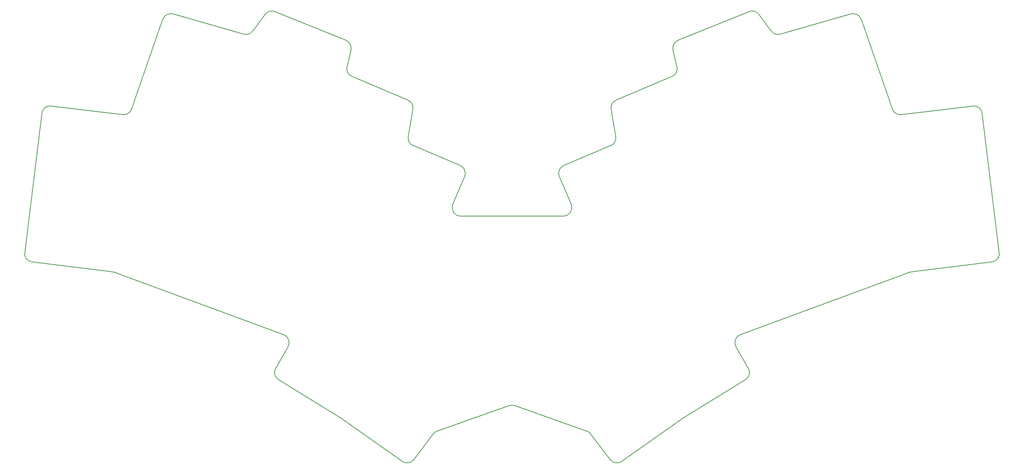
<source format=gbr>
%TF.GenerationSoftware,KiCad,Pcbnew,9.0.4*%
%TF.CreationDate,2025-10-25T14:25:06+08:00*%
%TF.ProjectId,sterna,73746572-6e61-42e6-9b69-6361645f7063,v1.0.0*%
%TF.SameCoordinates,Original*%
%TF.FileFunction,Profile,NP*%
%FSLAX46Y46*%
G04 Gerber Fmt 4.6, Leading zero omitted, Abs format (unit mm)*
G04 Created by KiCad (PCBNEW 9.0.4) date 2025-10-25 14:25:06*
%MOMM*%
%LPD*%
G01*
G04 APERTURE LIST*
%TA.AperFunction,Profile*%
%ADD10C,0.150000*%
%TD*%
G04 APERTURE END LIST*
D10*
X114976664Y-160342879D02*
X74584672Y-145460863D01*
X192776375Y-190164835D02*
X188141011Y-184013493D01*
X57353726Y-107525123D02*
G75*
G02*
X59582562Y-105783712I1985174J-243777D01*
G01*
X262185051Y-107872021D02*
G75*
G02*
X260052183Y-106543474I-243751J1985021D01*
G01*
X228248331Y-83927536D02*
X231205434Y-87914950D01*
X150634048Y-184013493D02*
X145998683Y-190164834D01*
X233363158Y-88646118D02*
G75*
G02*
X231205422Y-87914959I-551258J1922618D01*
G01*
X193013021Y-106549925D02*
G75*
G02*
X194203132Y-104372829I1971479J336125D01*
G01*
X264190386Y-145460862D02*
G75*
G02*
X264638091Y-145352449I691314J-1876238D01*
G01*
X194122187Y-113055574D02*
X193013024Y-106549925D01*
X194122185Y-113055573D02*
G75*
G02*
X192932101Y-115232728I-1971585J-336127D01*
G01*
X114976664Y-160342879D02*
G75*
G02*
X116017322Y-163219579I-691464J-1876721D01*
G01*
X233363155Y-88646117D02*
X250157976Y-83830281D01*
X158103539Y-122609744D02*
X155279205Y-129263456D01*
X209916305Y-180384920D02*
G75*
G02*
X210024476Y-180313323I1158695J-1633080D01*
G01*
X208977187Y-90098823D02*
X225892669Y-83264525D01*
X168723807Y-177294955D02*
G75*
G02*
X170051246Y-177294974I663693J-1886645D01*
G01*
X53271101Y-140775419D02*
X57353725Y-107525123D01*
X145842961Y-115232717D02*
X157043989Y-119987272D01*
X250157974Y-83830280D02*
G75*
G02*
X252598409Y-85096250I551326J-1922420D01*
G01*
X145842961Y-115232717D02*
G75*
G02*
X144652899Y-113055578I781339J1840917D01*
G01*
X208707433Y-96419342D02*
X207777933Y-92404265D01*
X143244033Y-190592301D02*
X128858752Y-180384920D01*
X208707433Y-96419342D02*
G75*
G02*
X207540432Y-98711444I-1948533J-451058D01*
G01*
X157120211Y-132044919D02*
G75*
G02*
X155279296Y-129263495I-11J1999919D01*
G01*
X86176646Y-85096250D02*
G75*
G02*
X88617081Y-83830288I1889154J-656550D01*
G01*
X225041197Y-171059948D02*
X210024476Y-180313323D01*
X150634048Y-184013493D02*
G75*
G02*
X151567600Y-183330476I1597452J-1203907D01*
G01*
X222757785Y-163219552D02*
G75*
G02*
X223798406Y-160342911I1732115J999952D01*
G01*
X107569623Y-87914950D02*
G75*
G02*
X105411888Y-88646163I-1606523J1191450D01*
G01*
X285503955Y-140775419D02*
G75*
G02*
X283762607Y-143004264I-1985055J-243781D01*
G01*
X88617082Y-83830282D02*
X105411901Y-88646118D01*
X183495854Y-129263459D02*
G75*
G02*
X181654844Y-132044932I-1841054J-781441D01*
G01*
X78722910Y-106543488D02*
G75*
G02*
X76590018Y-107871948I-1889110J656588D01*
G01*
X283762605Y-143004250D02*
X264638091Y-145352446D01*
X55012455Y-143004249D02*
G75*
G02*
X53271044Y-140775412I243745J1985149D01*
G01*
X145762035Y-106549926D02*
X144652870Y-113055573D01*
X107569621Y-87914951D02*
X110526730Y-83927536D01*
X157043989Y-119987272D02*
G75*
G02*
X158103546Y-122609747I-781489J-1841028D01*
G01*
X112882390Y-83264526D02*
X129797871Y-90098826D01*
X252598414Y-85096248D02*
X260052148Y-106543486D01*
X113051018Y-168357252D02*
X116017274Y-163219552D01*
X225724039Y-168357254D02*
G75*
G02*
X225041209Y-171059967I-1731939J-1000046D01*
G01*
X74136968Y-145352445D02*
X55012457Y-143004250D01*
X129797868Y-90098822D02*
G75*
G02*
X130997162Y-92404274I-749168J-1854378D01*
G01*
X264190386Y-145460862D02*
X223798394Y-160342879D01*
X279192504Y-105783770D02*
G75*
G02*
X281421320Y-107525124I243696J-1985130D01*
G01*
X128750583Y-180313323D02*
X113733861Y-171059945D01*
X187207460Y-183330467D02*
G75*
G02*
X188141016Y-184013489I-663760J-1886733D01*
G01*
X131234633Y-98711426D02*
G75*
G02*
X130067666Y-96419350I781367J1840926D01*
G01*
X187207460Y-183330467D02*
X170051252Y-177294956D01*
X281421332Y-107525123D02*
X285503957Y-140775422D01*
X181731067Y-119987272D02*
X192932097Y-115232718D01*
X180671519Y-122609744D02*
G75*
G02*
X181731082Y-119987308I1840981J781444D01*
G01*
X262185052Y-107872023D02*
X279192503Y-105783771D01*
X195531028Y-190592301D02*
G75*
G02*
X192776415Y-190164805I-1157328J1631201D01*
G01*
X130997125Y-92404266D02*
X130067626Y-96419341D01*
X209916305Y-180384920D02*
X195531027Y-190592303D01*
X128750583Y-180313323D02*
G75*
G02*
X128858751Y-180384922I-1051383J-1705877D01*
G01*
X194203112Y-104372781D02*
X207540425Y-98711427D01*
X225892669Y-83264525D02*
G75*
G02*
X228248348Y-83927523I749231J-1854375D01*
G01*
X145998679Y-190164834D02*
G75*
G02*
X143244026Y-190592310I-1597279J1203634D01*
G01*
X144571948Y-104372783D02*
G75*
G02*
X145762053Y-106549929I-781448J-1841017D01*
G01*
X59582555Y-105783770D02*
X76590009Y-107872022D01*
X183495851Y-129263456D02*
X180671519Y-122609744D01*
X207777933Y-92404266D02*
G75*
G02*
X208977192Y-90098835I1948467J451066D01*
G01*
X157120217Y-132044919D02*
X181654844Y-132044922D01*
X113733861Y-171059945D02*
G75*
G02*
X113050996Y-168357239I1049339J1702745D01*
G01*
X222757785Y-163219552D02*
X225724039Y-168357254D01*
X131234633Y-98711426D02*
X144571947Y-104372780D01*
X168723807Y-177294955D02*
X151567597Y-183330466D01*
X78722908Y-106543486D02*
X86176643Y-85096247D01*
X74136968Y-145352445D02*
G75*
G02*
X74584671Y-145460866I-243768J-1985155D01*
G01*
X110526730Y-83927536D02*
G75*
G02*
X112882412Y-83264471I1606470J-1191264D01*
G01*
M02*

</source>
